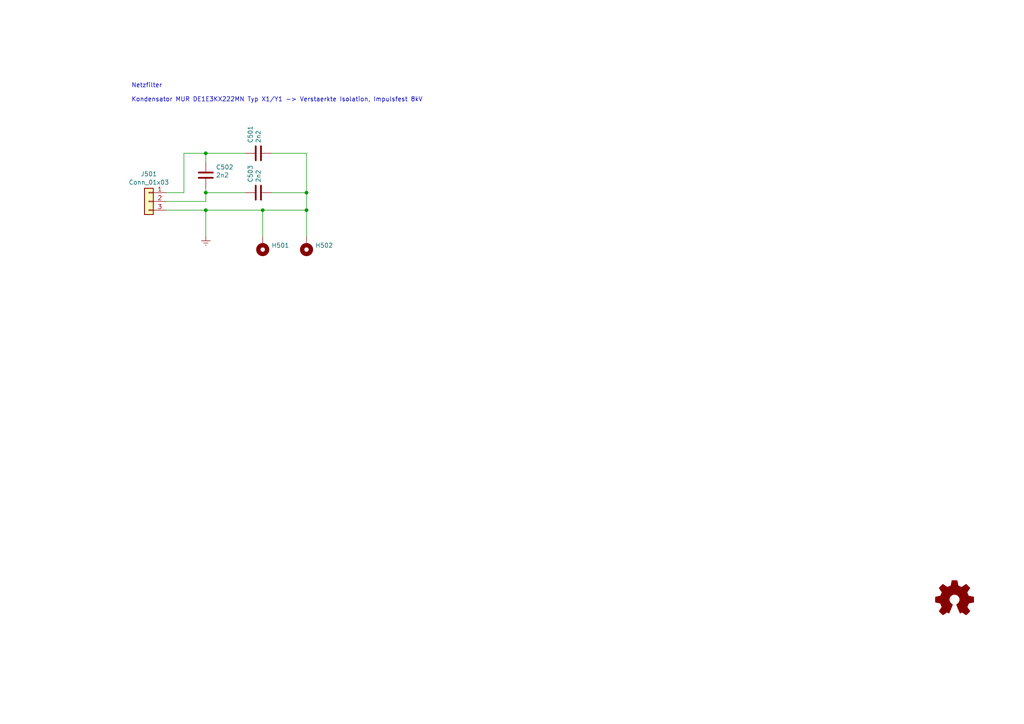
<source format=kicad_sch>
(kicad_sch (version 20230121) (generator eeschema)
  (paper "A4")
  (title_block (title "Reparaturhelfer") (date "2024-01-04") (rev "1-a") (comment 1 "Vereinfachung der Reparatur von Röhrenradios, ") (comment 2 "Erweiterung um Bluetooth."))
  (lib_symbols
    (symbol "Connector_Generic:Conn_01x03" (pin_names (offset 1.016) hide)
      (property "Reference" "J" (at 0 5.08 0))
      (property "Value" "Conn_01x03" (at 0 -5.08 0))
      (symbol "Conn_01x03_1_1"
        (rectangle (start -1.27 -2.413) (end 0 -2.667) (stroke (width 0.1524)))
        (rectangle (start -1.27 0.127) (end 0 -0.127) (stroke (width 0.1524)))
        (rectangle (start -1.27 2.667) (end 0 2.413) (stroke (width 0.1524)))
        (rectangle (start -1.27 3.81) (end 1.27 -3.81) (stroke (width 0.254)) (fill (type background)))
        (pin passive line (at -5.08 2.54 0) (length 3.81) (name "Pin_1") (number "1"))
        (pin passive line (at -5.08 0 0) (length 3.81) (name "Pin_2") (number "2"))
        (pin passive line (at -5.08 -2.54 0) (length 3.81) (name "Pin_3") (number "3"))
      )
    )
    (symbol "Device:C" (pin_numbers hide) (pin_names (offset 0.254))
      (property "Reference" "C" (at 0.635 2.54 0))
      (property "Value" "C" (at 0.635 -2.54 0))
      (symbol "C_0_1"
        (polyline (pts (xy -2.032 -0.762) (xy 2.032 -0.762)) (stroke (width 0.508)))
        (polyline (pts (xy -2.032 0.762) (xy 2.032 0.762)) (stroke (width 0.508)))
      )
      (symbol "C_1_1"
        (pin passive line (at 0 3.81 270) (length 2.794) (name "~") (number "1"))
        (pin passive line (at 0 -3.81 90) (length 2.794) (name "~") (number "2"))
      )
    )
    (symbol "Graphic:Logo_Open_Hardware_Small" (pin_names (offset 1.016))
      (symbol "Logo_Open_Hardware_Small_0_1"
        (polyline (pts (xy 3.3528 -4.3434) (xy 3.302 -4.318) (xy 3.175 -4.2418) (xy 2.9972 -4.1148) (xy 2.7686 -3.9624) (xy 2.54 -3.81) (xy 2.3622 -3.7084) (xy 2.2352 -3.6068) (xy 2.1844 -3.5814) (xy 2.159 -3.6068) (xy 2.0574 -3.6576) (xy 1.905 -3.7338) (xy 1.8034 -3.7846) (xy 1.6764 -3.8354) (xy 1.6002 -3.8354) (xy 1.6002 -3.8354) (xy 1.5494 -3.7338) (xy 1.4732 -3.5306) (xy 1.3462 -3.302) (xy 1.2446 -3.0226) (xy 1.1176 -2.7178) (xy 0.9652 -2.413) (xy 0.8636 -2.1082) (xy 0.7366 -1.8288) (xy 0.6604 -1.6256) (xy 0.6096 -1.4732) (xy 0.5842 -1.397) (xy 0.5842 -1.397) (xy 0.6604 -1.3208) (xy 0.7874 -1.2446) (xy 1.0414 -1.016) (xy 1.2954 -0.6858) (xy 1.4478 -0.3302) (xy 1.524 0.0762) (xy 1.4732 0.4572) (xy 1.3208 0.8128) (xy 1.0668 1.143) (xy 0.762 1.3716) (xy 0.4064 1.524) (xy 0 1.5748) (xy -0.381 1.5494) (xy -0.7366 1.397) (xy -1.0668 1.143) (xy -1.2192 0.9906) (xy -1.397 0.6604) (xy -1.524 0.3048) (xy -1.524 0.2286) (xy -1.4986 -0.1778) (xy -1.397 -0.5334) (xy -1.1938 -0.8636) (xy -0.9144 -1.143) (xy -0.8636 -1.1684) (xy -0.7366 -1.27) (xy -0.635 -1.3462) (xy -0.5842 -1.397) (xy -1.0668 -2.5908) (xy -1.143 -2.794) (xy -1.2954 -3.1242) (xy -1.397 -3.4036) (xy -1.4986 -3.6322) (xy -1.5748 -3.7846) (xy -1.6002 -3.8354) (xy -1.6002 -3.8354) (xy -1.651 -3.8354) (xy -1.7272 -3.81) (xy -1.905 -3.7338) (xy -2.0066 -3.683) (xy -2.1336 -3.6068) (xy -2.2098 -3.5814) (xy -2.2606 -3.6068) (xy -2.3622 -3.683) (xy -2.54 -3.81) (xy -2.7686 -3.9624) (xy -2.9718 -4.0894) (xy -3.1496 -4.2164) (xy -3.302 -4.318) (xy -3.3528 -4.3434) (xy -3.3782 -4.3434) (xy -3.429 -4.318) (xy -3.5306 -4.2164) (xy -3.7084 -4.064) (xy -3.937 -3.8354) (xy -3.9624 -3.81) (xy -4.1656 -3.6068) (xy -4.318 -3.4544) (xy -4.4196 -3.3274) (xy -4.445 -3.2766) (xy -4.445 -3.2766) (xy -4.4196 -3.2258) (xy -4.318 -3.0734) (xy -4.2164 -2.8956) (xy -4.064 -2.667) (xy -3.6576 -2.0828) (xy -3.8862 -1.5494) (xy -3.937 -1.3716) (xy -4.0386 -1.1684) (xy -4.0894 -1.0414) (xy -4.1148 -0.9652) (xy -4.191 -0.9398) (xy -4.318 -0.9144) (xy -4.5466 -0.8636) (xy -4.8006 -0.8128) (xy -5.0546 -0.7874) (xy -5.2578 -0.7366) (xy -5.4356 -0.7112) (xy -5.5118 -0.6858) (xy -5.5118 -0.6858) (xy -5.5372 -0.635) (xy -5.5372 -0.5588) (xy -5.5372 -0.4318) (xy -5.5626 -0.2286) (xy -5.5626 0.0762) (xy -5.5626 0.127) (xy -5.5372 0.4064) (xy -5.5372 0.635) (xy -5.5372 0.762) (xy -5.5372 0.8382) (xy -5.5372 0.8382) (xy -5.461 0.8382) (xy -5.3086 0.889) (xy -5.08 0.9144) (xy -4.826 0.9652) (xy -4.8006 0.9906) (xy -4.5466 1.0414) (xy -4.318 1.0668) (xy -4.1656 1.1176) (xy -4.0894 1.143) (xy -4.0894 1.143) (xy -4.0386 1.2446) (xy -3.9624 1.4224) (xy -3.8608 1.6256) (xy -3.7846 1.8288) (xy -3.7084 2.0066) (xy -3.6576 2.159) (xy -3.6322 2.2098) (xy -3.6322 2.2098) (xy -3.683 2.286) (xy -3.7592 2.413) (xy -3.8862 2.5908) (xy -4.064 2.8194) (xy -4.064 2.8448) (xy -4.2164 3.0734) (xy -4.3434 3.2512) (xy -4.4196 3.3782) (xy -4.445 3.4544) (xy -4.445 3.4544) (xy -4.3942 3.5052) (xy -4.2926 3.6322) (xy -4.1148 3.81) (xy -3.937 4.0132) (xy -3.8608 4.064) (xy -3.6576 4.2926) (xy -3.5052 4.4196) (xy -3.4036 4.4958) (xy -3.3528 4.5212) (xy -3.3528 4.5212) (xy -3.302 4.4704) (xy -3.1496 4.3688) (xy -2.9718 4.2418) (xy -2.7432 4.0894) (xy -2.7178 4.0894) (xy -2.4892 3.937) (xy -2.3114 3.81) (xy -2.1844 3.7084) (xy -2.1336 3.683) (xy -2.1082 3.683) (xy -2.032 3.7084) (xy -1.8542 3.7592) (xy -1.6764 3.8354) (xy -1.4732 3.937) (xy -1.27 4.0132) (xy -1.143 4.064) (xy -1.0668 4.1148) (xy -1.0668 4.1148) (xy -1.0414 4.191) (xy -1.016 4.3434) (xy -0.9652 4.572) (xy -0.9144 4.8514) (xy -0.889 4.9022) (xy -0.8382 5.1562) (xy -0.8128 5.3848) (xy -0.7874 5.5372) (xy -0.762 5.588) (xy -0.7112 5.6134) (xy -0.5842 5.6134) (xy -0.4064 5.6134) (xy -0.1524 5.6134) (xy 0.0762 5.6134) (xy 0.3302 5.6134) (xy 0.5334 5.6134) (xy 0.6858 5.588) (xy 0.7366 5.588) (xy 0.7366 5.588) (xy 0.762 5.5118) (xy 0.8128 5.334) (xy 0.8382 5.1054) (xy 0.9144 4.826) (xy 0.9144 4.7752) (xy 0.9652 4.5212) (xy 1.016 4.2926) (xy 1.0414 4.1402) (xy 1.0668 4.0894) (xy 1.0668 4.0894) (xy 1.1938 4.0386) (xy 1.3716 3.9624) (xy 1.5748 3.8608) (xy 2.0828 3.6576) (xy 2.7178 4.0894) (xy 2.7686 4.1402) (xy 2.9972 4.2926) (xy 3.175 4.4196) (xy 3.302 4.4958) (xy 3.3782 4.5212) (xy 3.3782 4.5212) (xy 3.429 4.4704) (xy 3.556 4.3434) (xy 3.7338 4.191) (xy 3.9116 3.9878) (xy 4.064 3.8354) (xy 4.2418 3.6576) (xy 4.3434 3.556) (xy 4.4196 3.4798) (xy 4.4196 3.429) (xy 4.4196 3.4036) (xy 4.3942 3.3274) (xy 4.2926 3.2004) (xy 4.1656 2.9972) (xy 4.0132 2.794) (xy 3.8862 2.5908) (xy 3.7592 2.3876) (xy 3.6576 2.2352) (xy 3.6322 2.159) (xy 3.6322 2.1336) (xy 3.683 2.0066) (xy 3.7592 1.8288) (xy 3.8608 1.6002) (xy 4.064 1.1176) (xy 4.3942 1.0414) (xy 4.5974 1.016) (xy 4.8768 0.9652) (xy 5.1308 0.9144) (xy 5.5372 0.8382) (xy 5.5626 -0.6604) (xy 5.4864 -0.6858) (xy 5.4356 -0.6858) (xy 5.2832 -0.7366) (xy 5.0546 -0.762) (xy 4.8006 -0.8128) (xy 4.5974 -0.8636) (xy 4.3688 -0.9144) (xy 4.2164 -0.9398) (xy 4.1402 -0.9398) (xy 4.1148 -0.9652) (xy 4.064 -1.0668) (xy 3.9878 -1.2446) (xy 3.9116 -1.4478) (xy 3.81 -1.651) (xy 3.7338 -1.8542) (xy 3.683 -2.0066) (xy 3.6576 -2.0828) (xy 3.683 -2.1336) (xy 3.7846 -2.2606) (xy 3.8862 -2.4638) (xy 4.0386 -2.667) (xy 4.191 -2.8956) (xy 4.318 -3.0734) (xy 4.3942 -3.2004) (xy 4.445 -3.2766) (xy 4.4196 -3.3274) (xy 4.3434 -3.429) (xy 4.1656 -3.5814) (xy 3.937 -3.8354) (xy 3.8862 -3.8608) (xy 3.683 -4.064) (xy 3.5306 -4.2164) (xy 3.4036 -4.318) (xy 3.3528 -4.3434)) (fill (type outline)))
      )
    )
    (symbol "Mechanical:MountingHole_Pad" (pin_numbers hide) (pin_names (offset 1.016) hide)
      (property "Reference" "H" (at 0 6.35 0))
      (property "Value" "MountingHole_Pad" (at 0 4.445 0))
      (symbol "MountingHole_Pad_0_1"
        (circle (center 0 1.27) (radius 1.27) (stroke (width 1.27)))
      )
      (symbol "MountingHole_Pad_1_1"
        (pin input line (at 0 -2.54 90) (length 2.54) (name "1") (number "1"))
      )
    )
    (symbol "power:Earth" (power) (pin_names (offset 0))
      (symbol "Earth_0_1"
        (polyline (pts (xy -0.635 -1.905) (xy 0.635 -1.905)))
        (polyline (pts (xy -0.127 -2.54) (xy 0.127 -2.54)))
        (polyline (pts (xy 0 -1.27) (xy 0 0)))
        (polyline (pts (xy 1.27 -1.27) (xy -1.27 -1.27)))
      )
      (symbol "Earth_1_1"
        (pin power_in line (at 0 0 270) (length 0) hide (name "Earth") (number "1"))
      )
    )
  )
  (junction (at 76.2 60.96))
  (junction (at 88.9 60.96))
  (junction (at 88.9 55.88))
  (junction (at 59.69 44.45))
  (junction (at 59.69 60.96))
  (junction (at 59.69 55.88))
  (wire (pts (xy 48.26 60.96) (xy 59.69 60.96)))
  (wire (pts (xy 59.69 54.61) (xy 59.69 55.88)))
  (wire (pts (xy 59.69 55.88) (xy 59.69 58.42)))
  (wire (pts (xy 78.74 55.88) (xy 88.9 55.88)))
  (wire (pts (xy 59.69 60.96) (xy 76.2 60.96)))
  (wire (pts (xy 48.26 55.88) (xy 53.34 55.88)))
  (wire (pts (xy 53.34 44.45) (xy 59.69 44.45)))
  (wire (pts (xy 88.9 55.88) (xy 88.9 60.96)))
  (wire (pts (xy 88.9 68.58) (xy 88.9 60.96)))
  (wire (pts (xy 59.69 55.88) (xy 71.12 55.88)))
  (wire (pts (xy 59.69 44.45) (xy 71.12 44.45)))
  (wire (pts (xy 78.74 44.45) (xy 88.9 44.45)))
  (wire (pts (xy 88.9 44.45) (xy 88.9 55.88)))
  (wire (pts (xy 59.69 60.96) (xy 59.69 68.58)))
  (wire (pts (xy 59.69 44.45) (xy 59.69 46.99)))
  (wire (pts (xy 76.2 60.96) (xy 88.9 60.96)))
  (wire (pts (xy 76.2 60.96) (xy 76.2 68.58)))
  (wire (pts (xy 59.69 58.42) (xy 48.26 58.42)))
  (wire (pts (xy 53.34 55.88) (xy 53.34 44.45)))
  (text "Netzfilter\n\nKondensator MUR DE1E3KX222MN Typ X1/Y1 -> Verstaerkte Isolation, Impulsfest 8kV\n\n" (at 38.1 31.75 0) (effects (font (size 1.27 1.27)) (justify left bottom)))
  (symbol (lib_id "power:Earth") (at 59.69 68.58 0) (unit 1)
    (property "Reference" "#PWR0501" (effects hide))
    (property "Value" "Earth" (effects hide))
  )
  (symbol (lib_id "Device:C") (at 74.93 55.88 90) (unit 1)
    (property "Reference" "C503" (at 72.6186 52.959 0) (effects (justify left)))
    (property "Value" "2n2" (at 74.93 52.959 0) (effects (justify left)))
    (property "Footprint" "Capacitor_THT:C_Disc_D11.0mm_W5.0mm_P10.00mm" (effects hide))
    (property "Bauteil" "MUR DE1E3KX222MN" (effects hide))
  )
  (symbol (lib_id "Mechanical:MountingHole_Pad") (at 88.9 71.12 180) (unit 1)
    (property "Reference" "H502" (at 91.44 71.1779 0) (effects (justify right)))
    (property "Value" "MountingHole_Pad" (effects hide))
    (property "Footprint" "MountingHole:MountingHole_3mm_Pad" (effects hide))
  )
  (symbol (lib_id "Device:C") (at 59.69 50.8 0) (unit 1)
    (property "Reference" "C502" (at 62.611 48.4886 0) (effects (justify left)))
    (property "Value" "2n2" (at 62.611 50.8 0) (effects (justify left)))
    (property "Footprint" "Capacitor_THT:C_Disc_D11.0mm_W5.0mm_P10.00mm" (effects hide))
    (property "Bauteil" "MUR DE1E3KX222MN" (effects hide))
  )
  (symbol (lib_id "Connector_Generic:Conn_01x03") (at 43.18 58.42 0) (mirror y) (unit 1)
    (property "Reference" "J501" (at 43.18 50.4657 0))
    (property "Value" "Conn_01x03" (at 43.18 52.8899 0))
    (property "Footprint" "Connector_PinHeader_2.54mm:PinHeader_1x03_P2.54mm_Vertical" (effects hide))
  )
  (symbol (lib_id "Device:C") (at 74.93 44.45 90) (unit 1)
    (property "Reference" "C501" (at 72.6186 41.529 0) (effects (justify left)))
    (property "Value" "2n2" (at 74.93 41.529 0) (effects (justify left)))
    (property "Footprint" "Capacitor_THT:C_Disc_D11.0mm_W5.0mm_P10.00mm" (effects hide))
    (property "Bauteil" "MUR DE1E3KX222MN" (effects hide))
  )
  (symbol (lib_id "Graphic:Logo_Open_Hardware_Small") (at 276.86 173.99 0) (unit 1)
    (property "Reference" "#LOGO501" (effects hide))
    (property "Value" "Logo_Open_Hardware_Small" (effects hide))
  )
  (symbol (lib_id "Mechanical:MountingHole_Pad") (at 76.2 71.12 180) (unit 1)
    (property "Reference" "H501" (at 78.74 71.1779 0) (effects (justify right)))
    (property "Value" "MountingHole_Pad" (effects hide))
    (property "Footprint" "MountingHole:MountingHole_3mm_Pad" (effects hide))
  )
)
</source>
